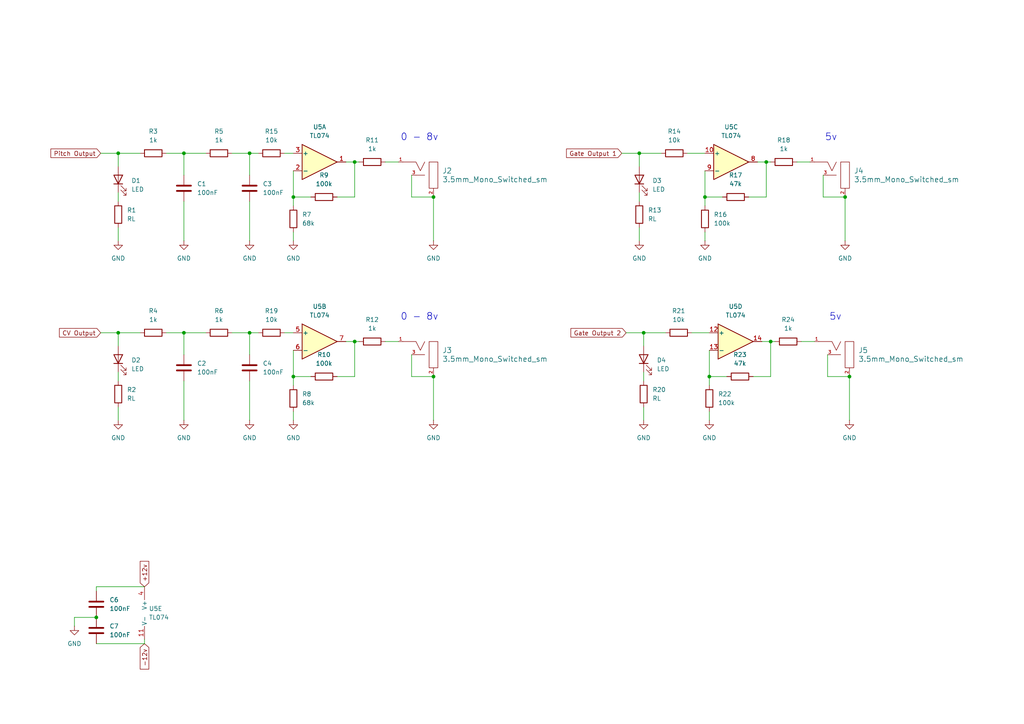
<source format=kicad_sch>
(kicad_sch (version 20231120) (generator "eeschema") (generator_version "8.0")
  (paper "A4")
  (lib_symbols
    (symbol "Amplifier_Operational:TL074" (pin_names (offset 0.127))
      (property "Reference" "U" (at 0 5.08 0))
      (property "Value" "TL074" (at 0 -5.08 0))
      (symbol "TL074_1_1"
        (polyline (pts (xy -5.08 5.08) (xy 5.08 0) (xy -5.08 -5.08) (xy -5.08 5.08)) (stroke (width 0.254)) (fill (type background)))
        (pin output line (at 7.62 0 180) (length 2.54) (name "~") (number "1"))
        (pin input line (at -7.62 -2.54 0) (length 2.54) (name "-") (number "2"))
        (pin input line (at -7.62 2.54 0) (length 2.54) (name "+") (number "3"))
      )
      (symbol "TL074_2_1"
        (polyline (pts (xy -5.08 5.08) (xy 5.08 0) (xy -5.08 -5.08) (xy -5.08 5.08)) (stroke (width 0.254)) (fill (type background)))
        (pin input line (at -7.62 2.54 0) (length 2.54) (name "+") (number "5"))
        (pin input line (at -7.62 -2.54 0) (length 2.54) (name "-") (number "6"))
        (pin output line (at 7.62 0 180) (length 2.54) (name "~") (number "7"))
      )
      (symbol "TL074_3_1"
        (polyline (pts (xy -5.08 5.08) (xy 5.08 0) (xy -5.08 -5.08) (xy -5.08 5.08)) (stroke (width 0.254)) (fill (type background)))
        (pin input line (at -7.62 2.54 0) (length 2.54) (name "+") (number "10"))
        (pin output line (at 7.62 0 180) (length 2.54) (name "~") (number "8"))
        (pin input line (at -7.62 -2.54 0) (length 2.54) (name "-") (number "9"))
      )
      (symbol "TL074_4_1"
        (polyline (pts (xy -5.08 5.08) (xy 5.08 0) (xy -5.08 -5.08) (xy -5.08 5.08)) (stroke (width 0.254)) (fill (type background)))
        (pin input line (at -7.62 2.54 0) (length 2.54) (name "+") (number "12"))
        (pin input line (at -7.62 -2.54 0) (length 2.54) (name "-") (number "13"))
        (pin output line (at 7.62 0 180) (length 2.54) (name "~") (number "14"))
      )
      (symbol "TL074_5_1"
        (pin power_in line (at -2.54 -7.62 90) (length 3.81) (name "V-") (number "11"))
        (pin power_in line (at -2.54 7.62 270) (length 3.81) (name "V+") (number "4"))
      )
    )
    (symbol "Device:C" (pin_numbers hide) (pin_names (offset 0.254))
      (property "Reference" "C" (at 0.635 2.54 0))
      (property "Value" "C" (at 0.635 -2.54 0))
      (symbol "C_0_1"
        (polyline (pts (xy -2.032 -0.762) (xy 2.032 -0.762)) (stroke (width 0.508)))
        (polyline (pts (xy -2.032 0.762) (xy 2.032 0.762)) (stroke (width 0.508)))
      )
      (symbol "C_1_1"
        (pin passive line (at 0 3.81 270) (length 2.794) (name "~") (number "1"))
        (pin passive line (at 0 -3.81 90) (length 2.794) (name "~") (number "2"))
      )
    )
    (symbol "Device:LED" (pin_numbers hide) (pin_names (offset 1.016) hide)
      (property "Reference" "D" (at 0 2.54 0))
      (property "Value" "LED" (at 0 -2.54 0))
      (symbol "LED_0_1"
        (polyline (pts (xy -1.27 -1.27) (xy -1.27 1.27)) (stroke (width 0.254)))
        (polyline (pts (xy -1.27 0) (xy 1.27 0)))
        (polyline (pts (xy 1.27 -1.27) (xy 1.27 1.27) (xy -1.27 0) (xy 1.27 -1.27)) (stroke (width 0.254)))
        (polyline (pts (xy -3.048 -0.762) (xy -4.572 -2.286) (xy -3.81 -2.286) (xy -4.572 -2.286) (xy -4.572 -1.524)))
        (polyline (pts (xy -1.778 -0.762) (xy -3.302 -2.286) (xy -2.54 -2.286) (xy -3.302 -2.286) (xy -3.302 -1.524)))
      )
      (symbol "LED_1_1"
        (pin passive line (at -3.81 0 0) (length 2.54) (name "K") (number "1"))
        (pin passive line (at 3.81 0 180) (length 2.54) (name "A") (number "2"))
      )
    )
    (symbol "Device:R" (pin_numbers hide) (pin_names (offset 0))
      (property "Reference" "R" (at 2.032 0 90))
      (property "Value" "R" (at 0 0 90))
      (symbol "R_0_1"
        (rectangle (start -1.016 -2.54) (end 1.016 2.54) (stroke (width 0.254)))
      )
      (symbol "R_1_1"
        (pin passive line (at 0 3.81 270) (length 1.27) (name "~") (number "1"))
        (pin passive line (at 0 -3.81 90) (length 1.27) (name "~") (number "2"))
      )
    )
    (symbol "PCM_4ms_Jack:3.5mm_Mono_Switched_sm" (pin_names (offset 0) hide)
      (property "Reference" "J" (at -7.62 8.89 0))
      (property "Value" "3.5mm_Mono_Switched_sm" (at 6.35 6.604 0))
      (symbol "3.5mm_Mono_Switched_sm_0_0"
        (rectangle (start -6.35 5.08) (end -3.81 -2.54))
        (polyline (pts (xy -2.54 1.27) (xy 0 1.27)))
        (polyline (pts (xy -2.54 5.08) (xy -1.27 2.54) (xy 0 5.08) (xy 3.81 5.08)))
      )
      (symbol "3.5mm_Mono_Switched_sm_1_1"
        (pin passive line (at 5.08 5.08 180) (length 1.27) (name "SIG") (number "1"))
        (pin passive line (at -5.08 -5.08 90) (length 2.54) (name "SHEILD") (number "2"))
        (pin passive line (at 1.27 1.27 180) (length 1.27) (name "SW") (number "3"))
      )
    )
    (symbol "power:GND" (power) (pin_numbers hide) (pin_names (offset 0) hide)
      (property "Value" "GND" (at 0 -3.81 0))
      (symbol "GND_0_1"
        (polyline (pts (xy 0 0) (xy 0 -1.27) (xy 1.27 -1.27) (xy 0 -2.54) (xy -1.27 -1.27) (xy 0 -1.27)))
      )
      (symbol "GND_1_1"
        (pin power_in line (at 0 0 270) (length 0) (name "~") (number "1"))
      )
    )
  )
  (junction (at 53.34 96.52))
  (junction (at 27.94 179.07))
  (junction (at 85.09 109.22))
  (junction (at 72.39 44.45))
  (junction (at 125.73 57.15))
  (junction (at 34.29 44.45))
  (junction (at 205.74 109.22))
  (junction (at 85.09 57.15))
  (junction (at 53.34 44.45))
  (junction (at 223.52 99.06))
  (junction (at 102.87 99.06))
  (junction (at 102.87 46.99))
  (junction (at 125.73 109.22))
  (junction (at 222.25 46.99))
  (junction (at 72.39 96.52))
  (junction (at 186.69 96.52))
  (junction (at 245.11 57.15))
  (junction (at 185.42 44.45))
  (junction (at 246.38 109.22))
  (junction (at 204.47 57.15))
  (junction (at 34.29 96.52))
  (wire (pts (xy 27.94 186.69) (xy 41.91 186.69)))
  (wire (pts (xy 199.39 44.45) (xy 204.47 44.45)))
  (wire (pts (xy 53.34 96.52) (xy 59.69 96.52)))
  (wire (pts (xy 102.87 99.06) (xy 100.33 99.06)))
  (wire (pts (xy 111.76 99.06) (xy 115.57 99.06)))
  (wire (pts (xy 222.25 46.99) (xy 222.25 57.15)))
  (wire (pts (xy 53.34 44.45) (xy 53.34 50.8)))
  (wire (pts (xy 102.87 99.06) (xy 104.14 99.06)))
  (wire (pts (xy 222.25 57.15) (xy 217.17 57.15)))
  (wire (pts (xy 238.76 50.8) (xy 238.76 57.15)))
  (wire (pts (xy 181.61 96.52) (xy 186.69 96.52)))
  (wire (pts (xy 240.03 109.22) (xy 246.38 109.22)))
  (wire (pts (xy 246.38 109.22) (xy 246.38 121.92)))
  (wire (pts (xy 85.09 69.85) (xy 85.09 67.31)))
  (wire (pts (xy 48.26 44.45) (xy 53.34 44.45)))
  (wire (pts (xy 222.25 46.99) (xy 219.71 46.99)))
  (wire (pts (xy 185.42 44.45) (xy 191.77 44.45)))
  (wire (pts (xy 67.31 44.45) (xy 72.39 44.45)))
  (wire (pts (xy 102.87 109.22) (xy 97.79 109.22)))
  (wire (pts (xy 85.09 109.22) (xy 90.17 109.22)))
  (wire (pts (xy 205.74 109.22) (xy 210.82 109.22)))
  (wire (pts (xy 82.55 96.52) (xy 85.09 96.52)))
  (wire (pts (xy 204.47 69.85) (xy 204.47 67.31)))
  (wire (pts (xy 119.38 50.8) (xy 119.38 57.15)))
  (wire (pts (xy 85.09 101.6) (xy 85.09 109.22)))
  (wire (pts (xy 204.47 59.69) (xy 204.47 57.15)))
  (wire (pts (xy 48.26 96.52) (xy 53.34 96.52)))
  (wire (pts (xy 125.73 57.15) (xy 125.73 69.85)))
  (wire (pts (xy 72.39 121.92) (xy 72.39 110.49)))
  (wire (pts (xy 34.29 44.45) (xy 40.64 44.45)))
  (wire (pts (xy 223.52 99.06) (xy 224.79 99.06)))
  (wire (pts (xy 53.34 44.45) (xy 59.69 44.45)))
  (wire (pts (xy 205.74 121.92) (xy 205.74 119.38)))
  (wire (pts (xy 53.34 121.92) (xy 53.34 110.49)))
  (wire (pts (xy 53.34 96.52) (xy 53.34 102.87)))
  (wire (pts (xy 238.76 57.15) (xy 245.11 57.15)))
  (wire (pts (xy 41.91 185.42) (xy 41.91 186.69)))
  (wire (pts (xy 34.29 48.26) (xy 34.29 44.45)))
  (wire (pts (xy 85.09 49.53) (xy 85.09 57.15)))
  (wire (pts (xy 53.34 69.85) (xy 53.34 58.42)))
  (wire (pts (xy 34.29 100.33) (xy 34.29 96.52)))
  (wire (pts (xy 34.29 121.92) (xy 34.29 118.11)))
  (wire (pts (xy 232.41 99.06) (xy 236.22 99.06)))
  (wire (pts (xy 34.29 69.85) (xy 34.29 66.04)))
  (wire (pts (xy 223.52 109.22) (xy 218.44 109.22)))
  (wire (pts (xy 102.87 46.99) (xy 104.14 46.99)))
  (wire (pts (xy 119.38 57.15) (xy 125.73 57.15)))
  (wire (pts (xy 185.42 48.26) (xy 185.42 44.45)))
  (wire (pts (xy 34.29 96.52) (xy 40.64 96.52)))
  (wire (pts (xy 29.21 96.52) (xy 34.29 96.52)))
  (wire (pts (xy 205.74 101.6) (xy 205.74 109.22)))
  (wire (pts (xy 200.66 96.52) (xy 205.74 96.52)))
  (wire (pts (xy 72.39 69.85) (xy 72.39 58.42)))
  (wire (pts (xy 205.74 111.76) (xy 205.74 109.22)))
  (wire (pts (xy 185.42 58.42) (xy 185.42 55.88)))
  (wire (pts (xy 72.39 44.45) (xy 74.93 44.45)))
  (wire (pts (xy 72.39 44.45) (xy 72.39 50.8)))
  (wire (pts (xy 222.25 46.99) (xy 223.52 46.99)))
  (wire (pts (xy 223.52 99.06) (xy 220.98 99.06)))
  (wire (pts (xy 85.09 59.69) (xy 85.09 57.15)))
  (wire (pts (xy 27.94 170.18) (xy 41.91 170.18)))
  (wire (pts (xy 119.38 109.22) (xy 125.73 109.22)))
  (wire (pts (xy 102.87 57.15) (xy 97.79 57.15)))
  (wire (pts (xy 119.38 102.87) (xy 119.38 109.22)))
  (wire (pts (xy 223.52 99.06) (xy 223.52 109.22)))
  (wire (pts (xy 85.09 57.15) (xy 90.17 57.15)))
  (wire (pts (xy 34.29 58.42) (xy 34.29 55.88)))
  (wire (pts (xy 82.55 44.45) (xy 85.09 44.45)))
  (wire (pts (xy 245.11 57.15) (xy 245.11 69.85)))
  (wire (pts (xy 204.47 49.53) (xy 204.47 57.15)))
  (wire (pts (xy 102.87 46.99) (xy 100.33 46.99)))
  (wire (pts (xy 240.03 102.87) (xy 240.03 109.22)))
  (wire (pts (xy 27.94 179.07) (xy 21.59 179.07)))
  (wire (pts (xy 186.69 121.92) (xy 186.69 118.11)))
  (wire (pts (xy 85.09 111.76) (xy 85.09 109.22)))
  (wire (pts (xy 186.69 110.49) (xy 186.69 107.95)))
  (wire (pts (xy 180.34 44.45) (xy 185.42 44.45)))
  (wire (pts (xy 67.31 96.52) (xy 72.39 96.52)))
  (wire (pts (xy 111.76 46.99) (xy 115.57 46.99)))
  (wire (pts (xy 27.94 171.45) (xy 27.94 170.18)))
  (wire (pts (xy 72.39 96.52) (xy 72.39 102.87)))
  (wire (pts (xy 186.69 96.52) (xy 193.04 96.52)))
  (wire (pts (xy 102.87 99.06) (xy 102.87 109.22)))
  (wire (pts (xy 231.14 46.99) (xy 234.95 46.99)))
  (wire (pts (xy 21.59 179.07) (xy 21.59 181.61)))
  (wire (pts (xy 204.47 57.15) (xy 209.55 57.15)))
  (wire (pts (xy 125.73 109.22) (xy 125.73 121.92)))
  (wire (pts (xy 34.29 110.49) (xy 34.29 107.95)))
  (wire (pts (xy 29.21 44.45) (xy 34.29 44.45)))
  (wire (pts (xy 186.69 100.33) (xy 186.69 96.52)))
  (wire (pts (xy 72.39 96.52) (xy 74.93 96.52)))
  (wire (pts (xy 102.87 46.99) (xy 102.87 57.15)))
  (wire (pts (xy 185.42 69.85) (xy 185.42 66.04)))
  (wire (pts (xy 85.09 121.92) (xy 85.09 119.38)))
  (text "5v\n" (at 241.046 39.878 0) (effects (font (size 2 2))))
  (text "5v\n" (at 242.316 91.948 0) (effects (font (size 2 2))))
  (text "0 - 8v\n" (at 121.666 39.878 0) (effects (font (size 2 2))))
  (text "0 - 8v\n" (at 121.666 91.948 0) (effects (font (size 2 2))))
  (global_label "Pitch Output" (shape input) (at 29.21 44.45 180) (property "Intersheetrefs" "${INTERSHEET_REFS}" (effects (hide yes))))
  (global_label "-12v" (shape input) (at 41.91 186.69 270) (property "Intersheetrefs" "${INTERSHEET_REFS}" (effects (hide yes))))
  (global_label "CV Output" (shape input) (at 29.21 96.52 180) (property "Intersheetrefs" "${INTERSHEET_REFS}" (effects (hide yes))))
  (global_label "+12v" (shape input) (at 41.91 170.18 90) (property "Intersheetrefs" "${INTERSHEET_REFS}" (effects (hide yes))))
  (global_label "Gate Output 1" (shape input) (at 180.34 44.45 180) (property "Intersheetrefs" "${INTERSHEET_REFS}" (effects (hide yes))))
  (global_label "Gate Output 2" (shape input) (at 181.61 96.52 180) (property "Intersheetrefs" "${INTERSHEET_REFS}" (effects (hide yes))))
  (symbol (lib_id "power:GND") (at 185.42 69.85 0) (unit 1)
    (property "Reference" "#PWR033" (effects (hide yes)))
    (property "Value" "GND" (at 185.42 74.93 0))
    (property "Description" "Power symbol creates a global label with name \"GND\" , ground" (effects (hide yes)))
  )
  (symbol (lib_id "Device:C") (at 53.34 54.61 0) (unit 1)
    (property "Reference" "C1" (at 57.15 53.3399 0) (effects (justify left)))
    (property "Value" "100nF" (at 57.15 55.8799 0) (effects (justify left)))
    (property "Footprint" "Capacitor_SMD:C_0805_2012Metric_Pad1.18x1.45mm_HandSolder" (effects (hide yes)))
    (property "Description" "Unpolarized capacitor" (effects (hide yes)))
  )
  (symbol (lib_id "Amplifier_Operational:TL074") (at 212.09 46.99 0) (unit 3)
    (property "Reference" "U5" (at 212.09 36.83 0))
    (property "Value" "TL074" (at 212.09 39.37 0))
    (property "Footprint" "Package_SO:SOIC-14_3.9x8.7mm_P1.27mm" (effects (hide yes)))
    (property "Datasheet" "http://www.ti.com/lit/ds/symlink/tl071.pdf" (effects (hide yes)))
    (property "Description" "Quad Low-Noise JFET-Input Operational Amplifiers, DIP-14/SOIC-14" (effects (hide yes)))
  )
  (symbol (lib_id "power:GND") (at 246.38 121.92 0) (unit 1)
    (property "Reference" "#PWR038" (effects (hide yes)))
    (property "Value" "GND" (at 246.38 127 0))
    (property "Description" "Power symbol creates a global label with name \"GND\" , ground" (effects (hide yes)))
  )
  (symbol (lib_id "Device:R") (at 196.85 96.52 90) (unit 1)
    (property "Reference" "R21" (at 196.85 90.17 90))
    (property "Value" "10k" (at 196.85 92.71 90))
    (property "Footprint" "Resistor_SMD:R_0805_2012Metric_Pad1.20x1.40mm_HandSolder" (effects (hide yes)))
    (property "Description" "Resistor" (effects (hide yes)))
  )
  (symbol (lib_id "Device:R") (at 34.29 62.23 0) (unit 1)
    (property "Reference" "R1" (at 36.83 60.9599 0) (effects (justify left)))
    (property "Value" "RL" (at 36.83 63.4999 0) (effects (justify left)))
    (property "Footprint" "Resistor_SMD:R_0805_2012Metric_Pad1.20x1.40mm_HandSolder" (effects (hide yes)))
    (property "Description" "Resistor" (effects (hide yes)))
  )
  (symbol (lib_id "Device:C") (at 27.94 175.26 0) (unit 1)
    (property "Reference" "C6" (at 31.75 173.9899 0) (effects (justify left)))
    (property "Value" "100nF" (at 31.75 176.5299 0) (effects (justify left)))
    (property "Footprint" "Capacitor_SMD:C_0805_2012Metric_Pad1.18x1.45mm_HandSolder" (effects (hide yes)))
    (property "Description" "Unpolarized capacitor" (effects (hide yes)))
  )
  (symbol (lib_id "Device:R") (at 204.47 63.5 180) (unit 1)
    (property "Reference" "R16" (at 207.01 62.2299 0) (effects (justify right)))
    (property "Value" "100k" (at 207.01 64.7699 0) (effects (justify right)))
    (property "Footprint" "Resistor_SMD:R_0805_2012Metric_Pad1.20x1.40mm_HandSolder" (effects (hide yes)))
    (property "Description" "Resistor" (effects (hide yes)))
  )
  (symbol (lib_id "power:GND") (at 245.11 69.85 0) (unit 1)
    (property "Reference" "#PWR037" (effects (hide yes)))
    (property "Value" "GND" (at 245.11 74.93 0))
    (property "Description" "Power symbol creates a global label with name \"GND\" , ground" (effects (hide yes)))
  )
  (symbol (lib_id "power:GND") (at 34.29 69.85 0) (unit 1)
    (property "Reference" "#PWR019" (effects (hide yes)))
    (property "Value" "GND" (at 34.29 74.93 0))
    (property "Description" "Power symbol creates a global label with name \"GND\" , ground" (effects (hide yes)))
  )
  (symbol (lib_id "Device:C") (at 53.34 106.68 0) (unit 1)
    (property "Reference" "C2" (at 57.15 105.4099 0) (effects (justify left)))
    (property "Value" "100nF" (at 57.15 107.9499 0) (effects (justify left)))
    (property "Footprint" "Capacitor_SMD:C_0805_2012Metric_Pad1.18x1.45mm_HandSolder" (effects (hide yes)))
    (property "Description" "Unpolarized capacitor" (effects (hide yes)))
  )
  (symbol (lib_id "power:GND") (at 204.47 69.85 0) (unit 1)
    (property "Reference" "#PWR036" (effects (hide yes)))
    (property "Value" "GND" (at 204.47 74.93 0))
    (property "Description" "Power symbol creates a global label with name \"GND\" , ground" (effects (hide yes)))
  )
  (symbol (lib_id "power:GND") (at 85.09 121.92 0) (unit 1)
    (property "Reference" "#PWR030" (effects (hide yes)))
    (property "Value" "GND" (at 85.09 127 0))
    (property "Description" "Power symbol creates a global label with name \"GND\" , ground" (effects (hide yes)))
  )
  (symbol (lib_id "Amplifier_Operational:TL074") (at 44.45 177.8 0) (unit 5)
    (property "Reference" "U5" (at 43.18 176.5299 0) (effects (justify left)))
    (property "Value" "TL074" (at 43.18 179.0699 0) (effects (justify left)))
    (property "Footprint" "Package_SO:SOIC-14_3.9x8.7mm_P1.27mm" (effects (hide yes)))
    (property "Datasheet" "http://www.ti.com/lit/ds/symlink/tl071.pdf" (effects (hide yes)))
    (property "Description" "Quad Low-Noise JFET-Input Operational Amplifiers, DIP-14/SOIC-14" (effects (hide yes)))
  )
  (symbol (lib_id "PCM_4ms_Jack:3.5mm_Mono_Switched_sm") (at 120.65 104.14 0) (mirror y) (unit 1)
    (property "Reference" "J3" (at 128.27 101.5999 0) (effects (font (size 1.524 1.524)) (justify right)))
    (property "Value" "3.5mm_Mono_Switched_sm" (at 128.27 104.1399 0) (effects (font (size 1.524 1.524)) (justify right)))
    (property "Footprint" "PCM_4ms_Jack:EighthInch_PJ398SM" (effects (hide yes)))
    (property "Description" "Audio 3.5mm Jack, mono, switched, PC-pin Vertical" (effects (hide yes)))
    (property "Specifications" "Audio 3.5mm Jack, mono, switched, PC-pin Vertical" (effects (hide yes)))
    (property "Manufacturer" "Wenzhou QingPu Electronics Co" (effects (hide yes)))
    (property "Part Number" "WQP-WQP518MA" (effects (hide yes)))
  )
  (symbol (lib_id "Device:R") (at 107.95 46.99 90) (unit 1)
    (property "Reference" "R11" (at 107.95 40.64 90))
    (property "Value" "1k" (at 107.95 43.18 90))
    (property "Footprint" "Resistor_SMD:R_0805_2012Metric_Pad1.20x1.40mm_HandSolder" (effects (hide yes)))
    (property "Description" "Resistor" (effects (hide yes)))
  )
  (symbol (lib_id "Device:C") (at 72.39 106.68 0) (unit 1)
    (property "Reference" "C4" (at 76.2 105.4099 0) (effects (justify left)))
    (property "Value" "100nF" (at 76.2 107.9499 0) (effects (justify left)))
    (property "Footprint" "Capacitor_SMD:C_0805_2012Metric_Pad1.18x1.45mm_HandSolder" (effects (hide yes)))
    (property "Description" "Unpolarized capacitor" (effects (hide yes)))
  )
  (symbol (lib_id "Device:R") (at 93.98 109.22 90) (unit 1)
    (property "Reference" "R10" (at 93.98 102.87 90))
    (property "Value" "100k" (at 93.98 105.41 90))
    (property "Footprint" "Resistor_SMD:R_0805_2012Metric_Pad1.20x1.40mm_HandSolder" (effects (hide yes)))
    (property "Description" "Resistor" (effects (hide yes)))
  )
  (symbol (lib_id "Device:C") (at 72.39 54.61 0) (unit 1)
    (property "Reference" "C3" (at 76.2 53.3399 0) (effects (justify left)))
    (property "Value" "100nF" (at 76.2 55.8799 0) (effects (justify left)))
    (property "Footprint" "Capacitor_SMD:C_0805_2012Metric_Pad1.18x1.45mm_HandSolder" (effects (hide yes)))
    (property "Description" "Unpolarized capacitor" (effects (hide yes)))
  )
  (symbol (lib_id "power:GND") (at 53.34 69.85 0) (unit 1)
    (property "Reference" "#PWR025" (effects (hide yes)))
    (property "Value" "GND" (at 53.34 74.93 0))
    (property "Description" "Power symbol creates a global label with name \"GND\" , ground" (effects (hide yes)))
  )
  (symbol (lib_id "Device:R") (at 63.5 96.52 90) (unit 1)
    (property "Reference" "R6" (at 63.5 90.17 90))
    (property "Value" "1k" (at 63.5 92.71 90))
    (property "Footprint" "Resistor_SMD:R_0805_2012Metric_Pad1.20x1.40mm_HandSolder" (effects (hide yes)))
    (property "Description" "Resistor" (effects (hide yes)))
  )
  (symbol (lib_id "Device:R") (at 34.29 114.3 0) (unit 1)
    (property "Reference" "R2" (at 36.83 113.0299 0) (effects (justify left)))
    (property "Value" "RL" (at 36.83 115.5699 0) (effects (justify left)))
    (property "Footprint" "Resistor_SMD:R_0805_2012Metric_Pad1.20x1.40mm_HandSolder" (effects (hide yes)))
    (property "Description" "Resistor" (effects (hide yes)))
  )
  (symbol (lib_id "Device:C") (at 27.94 182.88 0) (unit 1)
    (property "Reference" "C7" (at 31.75 181.6099 0) (effects (justify left)))
    (property "Value" "100nF" (at 31.75 184.1499 0) (effects (justify left)))
    (property "Footprint" "Capacitor_SMD:C_0805_2012Metric_Pad1.18x1.45mm_HandSolder" (effects (hide yes)))
    (property "Description" "Unpolarized capacitor" (effects (hide yes)))
  )
  (symbol (lib_id "PCM_4ms_Jack:3.5mm_Mono_Switched_sm") (at 240.03 52.07 0) (mirror y) (unit 1)
    (property "Reference" "J4" (at 247.65 49.5299 0) (effects (font (size 1.524 1.524)) (justify right)))
    (property "Value" "3.5mm_Mono_Switched_sm" (at 247.65 52.0699 0) (effects (font (size 1.524 1.524)) (justify right)))
    (property "Footprint" "PCM_4ms_Jack:EighthInch_PJ398SM" (effects (hide yes)))
    (property "Description" "Audio 3.5mm Jack, mono, switched, PC-pin Vertical" (effects (hide yes)))
    (property "Specifications" "Audio 3.5mm Jack, mono, switched, PC-pin Vertical" (effects (hide yes)))
    (property "Manufacturer" "Wenzhou QingPu Electronics Co" (effects (hide yes)))
    (property "Part Number" "WQP-WQP518MA" (effects (hide yes)))
  )
  (symbol (lib_id "Device:R") (at 85.09 115.57 180) (unit 1)
    (property "Reference" "R8" (at 87.63 114.2999 0) (effects (justify right)))
    (property "Value" "68k" (at 87.63 116.8399 0) (effects (justify right)))
    (property "Footprint" "Resistor_SMD:R_0805_2012Metric_Pad1.20x1.40mm_HandSolder" (effects (hide yes)))
    (property "Description" "Resistor" (effects (hide yes)))
  )
  (symbol (lib_id "Device:R") (at 214.63 109.22 90) (unit 1)
    (property "Reference" "R23" (at 214.63 102.87 90))
    (property "Value" "47k" (at 214.63 105.41 90))
    (property "Footprint" "Resistor_SMD:R_0805_2012Metric_Pad1.20x1.40mm_HandSolder" (effects (hide yes)))
    (property "Description" "Resistor" (effects (hide yes)))
  )
  (symbol (lib_id "Device:R") (at 195.58 44.45 90) (unit 1)
    (property "Reference" "R14" (at 195.58 38.1 90))
    (property "Value" "10k" (at 195.58 40.64 90))
    (property "Footprint" "Resistor_SMD:R_0805_2012Metric_Pad1.20x1.40mm_HandSolder" (effects (hide yes)))
    (property "Description" "Resistor" (effects (hide yes)))
  )
  (symbol (lib_id "Device:R") (at 186.69 114.3 0) (unit 1)
    (property "Reference" "R20" (at 189.23 113.0299 0) (effects (justify left)))
    (property "Value" "RL" (at 189.23 115.5699 0) (effects (justify left)))
    (property "Footprint" "Resistor_SMD:R_0805_2012Metric_Pad1.20x1.40mm_HandSolder" (effects (hide yes)))
    (property "Description" "Resistor" (effects (hide yes)))
  )
  (symbol (lib_id "Device:R") (at 44.45 96.52 90) (unit 1)
    (property "Reference" "R4" (at 44.45 90.17 90))
    (property "Value" "1k" (at 44.45 92.71 90))
    (property "Footprint" "Resistor_SMD:R_0805_2012Metric_Pad1.20x1.40mm_HandSolder" (effects (hide yes)))
    (property "Description" "Resistor" (effects (hide yes)))
  )
  (symbol (lib_id "Device:R") (at 205.74 115.57 180) (unit 1)
    (property "Reference" "R22" (at 208.28 114.2999 0) (effects (justify right)))
    (property "Value" "100k" (at 208.28 116.8399 0) (effects (justify right)))
    (property "Footprint" "Resistor_SMD:R_0805_2012Metric_Pad1.20x1.40mm_HandSolder" (effects (hide yes)))
    (property "Description" "Resistor" (effects (hide yes)))
  )
  (symbol (lib_id "Amplifier_Operational:TL074") (at 92.71 46.99 0) (unit 1)
    (property "Reference" "U5" (at 92.71 36.83 0))
    (property "Value" "TL074" (at 92.71 39.37 0))
    (property "Footprint" "Package_SO:SOIC-14_3.9x8.7mm_P1.27mm" (effects (hide yes)))
    (property "Datasheet" "http://www.ti.com/lit/ds/symlink/tl071.pdf" (effects (hide yes)))
    (property "Description" "Quad Low-Noise JFET-Input Operational Amplifiers, DIP-14/SOIC-14" (effects (hide yes)))
  )
  (symbol (lib_id "Device:R") (at 78.74 96.52 90) (unit 1)
    (property "Reference" "R19" (at 78.74 90.17 90))
    (property "Value" "10k" (at 78.74 92.71 90))
    (property "Footprint" "Resistor_SMD:R_0805_2012Metric_Pad1.20x1.40mm_HandSolder" (effects (hide yes)))
    (property "Description" "Resistor" (effects (hide yes)))
  )
  (symbol (lib_id "Device:R") (at 63.5 44.45 90) (unit 1)
    (property "Reference" "R5" (at 63.5 38.1 90))
    (property "Value" "1k" (at 63.5 40.64 90))
    (property "Footprint" "Resistor_SMD:R_0805_2012Metric_Pad1.20x1.40mm_HandSolder" (effects (hide yes)))
    (property "Description" "Resistor" (effects (hide yes)))
  )
  (symbol (lib_id "Device:R") (at 227.33 46.99 90) (unit 1)
    (property "Reference" "R18" (at 227.33 40.64 90))
    (property "Value" "1k" (at 227.33 43.18 90))
    (property "Footprint" "Resistor_SMD:R_0805_2012Metric_Pad1.20x1.40mm_HandSolder" (effects (hide yes)))
    (property "Description" "Resistor" (effects (hide yes)))
  )
  (symbol (lib_id "power:GND") (at 205.74 121.92 0) (unit 1)
    (property "Reference" "#PWR035" (effects (hide yes)))
    (property "Value" "GND" (at 205.74 127 0))
    (property "Description" "Power symbol creates a global label with name \"GND\" , ground" (effects (hide yes)))
  )
  (symbol (lib_id "power:GND") (at 85.09 69.85 0) (unit 1)
    (property "Reference" "#PWR029" (effects (hide yes)))
    (property "Value" "GND" (at 85.09 74.93 0))
    (property "Description" "Power symbol creates a global label with name \"GND\" , ground" (effects (hide yes)))
  )
  (symbol (lib_id "Device:R") (at 85.09 63.5 180) (unit 1)
    (property "Reference" "R7" (at 87.63 62.2299 0) (effects (justify right)))
    (property "Value" "68k" (at 87.63 64.7699 0) (effects (justify right)))
    (property "Footprint" "Resistor_SMD:R_0805_2012Metric_Pad1.20x1.40mm_HandSolder" (effects (hide yes)))
    (property "Description" "Resistor" (effects (hide yes)))
  )
  (symbol (lib_id "power:GND") (at 21.59 181.61 0) (unit 1)
    (property "Reference" "#PWR045" (effects (hide yes)))
    (property "Value" "GND" (at 21.59 186.69 0))
    (property "Description" "Power symbol creates a global label with name \"GND\" , ground" (effects (hide yes)))
  )
  (symbol (lib_id "PCM_4ms_Jack:3.5mm_Mono_Switched_sm") (at 120.65 52.07 0) (mirror y) (unit 1)
    (property "Reference" "J2" (at 128.27 49.5299 0) (effects (font (size 1.524 1.524)) (justify right)))
    (property "Value" "3.5mm_Mono_Switched_sm" (at 128.27 52.0699 0) (effects (font (size 1.524 1.524)) (justify right)))
    (property "Footprint" "PCM_4ms_Jack:EighthInch_PJ398SM" (effects (hide yes)))
    (property "Description" "Audio 3.5mm Jack, mono, switched, PC-pin Vertical" (effects (hide yes)))
    (property "Specifications" "Audio 3.5mm Jack, mono, switched, PC-pin Vertical" (effects (hide yes)))
    (property "Manufacturer" "Wenzhou QingPu Electronics Co" (effects (hide yes)))
    (property "Part Number" "WQP-WQP518MA" (effects (hide yes)))
  )
  (symbol (lib_id "Device:R") (at 213.36 57.15 90) (unit 1)
    (property "Reference" "R17" (at 213.36 50.8 90))
    (property "Value" "47k" (at 213.36 53.34 90))
    (property "Footprint" "Resistor_SMD:R_0805_2012Metric_Pad1.20x1.40mm_HandSolder" (effects (hide yes)))
    (property "Description" "Resistor" (effects (hide yes)))
  )
  (symbol (lib_id "power:GND") (at 53.34 121.92 0) (unit 1)
    (property "Reference" "#PWR026" (effects (hide yes)))
    (property "Value" "GND" (at 53.34 127 0))
    (property "Description" "Power symbol creates a global label with name \"GND\" , ground" (effects (hide yes)))
  )
  (symbol (lib_id "Device:LED") (at 34.29 104.14 90) (unit 1)
    (property "Reference" "D2" (at 38.1 104.4574 90) (effects (justify right)))
    (property "Value" "LED" (at 38.1 106.9974 90) (effects (justify right)))
    (property "Footprint" "LED_THT:LED_D3.0mm" (effects (hide yes)))
    (property "Description" "Light emitting diode" (effects (hide yes)))
  )
  (symbol (lib_id "Device:R") (at 228.6 99.06 90) (unit 1)
    (property "Reference" "R24" (at 228.6 92.71 90))
    (property "Value" "1k" (at 228.6 95.25 90))
    (property "Footprint" "Resistor_SMD:R_0805_2012Metric_Pad1.20x1.40mm_HandSolder" (effects (hide yes)))
    (property "Description" "Resistor" (effects (hide yes)))
  )
  (symbol (lib_id "power:GND") (at 34.29 121.92 0) (unit 1)
    (property "Reference" "#PWR024" (effects (hide yes)))
    (property "Value" "GND" (at 34.29 127 0))
    (property "Description" "Power symbol creates a global label with name \"GND\" , ground" (effects (hide yes)))
  )
  (symbol (lib_id "Device:LED") (at 185.42 52.07 90) (unit 1)
    (property "Reference" "D3" (at 189.23 52.3874 90) (effects (justify right)))
    (property "Value" "LED" (at 189.23 54.9274 90) (effects (justify right)))
    (property "Footprint" "LED_THT:LED_D3.0mm" (effects (hide yes)))
    (property "Description" "Light emitting diode" (effects (hide yes)))
  )
  (symbol (lib_id "power:GND") (at 125.73 121.92 0) (unit 1)
    (property "Reference" "#PWR032" (effects (hide yes)))
    (property "Value" "GND" (at 125.73 127 0))
    (property "Description" "Power symbol creates a global label with name \"GND\" , ground" (effects (hide yes)))
  )
  (symbol (lib_id "Amplifier_Operational:TL074") (at 213.36 99.06 0) (unit 4)
    (property "Reference" "U5" (at 213.36 88.9 0))
    (property "Value" "TL074" (at 213.36 91.44 0))
    (property "Footprint" "Package_SO:SOIC-14_3.9x8.7mm_P1.27mm" (effects (hide yes)))
    (property "Datasheet" "http://www.ti.com/lit/ds/symlink/tl071.pdf" (effects (hide yes)))
    (property "Description" "Quad Low-Noise JFET-Input Operational Amplifiers, DIP-14/SOIC-14" (effects (hide yes)))
  )
  (symbol (lib_id "power:GND") (at 72.39 121.92 0) (unit 1)
    (property "Reference" "#PWR028" (effects (hide yes)))
    (property "Value" "GND" (at 72.39 127 0))
    (property "Description" "Power symbol creates a global label with name \"GND\" , ground" (effects (hide yes)))
  )
  (symbol (lib_id "Device:LED") (at 186.69 104.14 90) (unit 1)
    (property "Reference" "D4" (at 190.5 104.4574 90) (effects (justify right)))
    (property "Value" "LED" (at 190.5 106.9974 90) (effects (justify right)))
    (property "Footprint" "LED_THT:LED_D3.0mm" (effects (hide yes)))
    (property "Description" "Light emitting diode" (effects (hide yes)))
  )
  (symbol (lib_id "power:GND") (at 72.39 69.85 0) (unit 1)
    (property "Reference" "#PWR027" (effects (hide yes)))
    (property "Value" "GND" (at 72.39 74.93 0))
    (property "Description" "Power symbol creates a global label with name \"GND\" , ground" (effects (hide yes)))
  )
  (symbol (lib_id "Device:LED") (at 34.29 52.07 90) (unit 1)
    (property "Reference" "D1" (at 38.1 52.3874 90) (effects (justify right)))
    (property "Value" "LED" (at 38.1 54.9274 90) (effects (justify right)))
    (property "Footprint" "LED_THT:LED_D3.0mm" (effects (hide yes)))
    (property "Description" "Light emitting diode" (effects (hide yes)))
  )
  (symbol (lib_id "Device:R") (at 44.45 44.45 90) (unit 1)
    (property "Reference" "R3" (at 44.45 38.1 90))
    (property "Value" "1k" (at 44.45 40.64 90))
    (property "Footprint" "Resistor_SMD:R_0805_2012Metric_Pad1.20x1.40mm_HandSolder" (effects (hide yes)))
    (property "Description" "Resistor" (effects (hide yes)))
  )
  (symbol (lib_id "Device:R") (at 185.42 62.23 0) (unit 1)
    (property "Reference" "R13" (at 187.96 60.9599 0) (effects (justify left)))
    (property "Value" "RL" (at 187.96 63.4999 0) (effects (justify left)))
    (property "Footprint" "Resistor_SMD:R_0805_2012Metric_Pad1.20x1.40mm_HandSolder" (effects (hide yes)))
    (property "Description" "Resistor" (effects (hide yes)))
  )
  (symbol (lib_id "PCM_4ms_Jack:3.5mm_Mono_Switched_sm") (at 241.3 104.14 0) (mirror y) (unit 1)
    (property "Reference" "J5" (at 248.92 101.5999 0) (effects (font (size 1.524 1.524)) (justify right)))
    (property "Value" "3.5mm_Mono_Switched_sm" (at 248.92 104.1399 0) (effects (font (size 1.524 1.524)) (justify right)))
    (property "Footprint" "PCM_4ms_Jack:EighthInch_PJ398SM" (effects (hide yes)))
    (property "Description" "Audio 3.5mm Jack, mono, switched, PC-pin Vertical" (effects (hide yes)))
    (property "Specifications" "Audio 3.5mm Jack, mono, switched, PC-pin Vertical" (effects (hide yes)))
    (property "Manufacturer" "Wenzhou QingPu Electronics Co" (effects (hide yes)))
    (property "Part Number" "WQP-WQP518MA" (effects (hide yes)))
  )
  (symbol (lib_id "Device:R") (at 78.74 44.45 90) (unit 1)
    (property "Reference" "R15" (at 78.74 38.1 90))
    (property "Value" "10k" (at 78.74 40.64 90))
    (property "Footprint" "Resistor_SMD:R_0805_2012Metric_Pad1.20x1.40mm_HandSolder" (effects (hide yes)))
    (property "Description" "Resistor" (effects (hide yes)))
  )
  (symbol (lib_id "power:GND") (at 186.69 121.92 0) (unit 1)
    (property "Reference" "#PWR034" (effects (hide yes)))
    (property "Value" "GND" (at 186.69 127 0))
    (property "Description" "Power symbol creates a global label with name \"GND\" , ground" (effects (hide yes)))
  )
  (symbol (lib_id "Amplifier_Operational:TL074") (at 92.71 99.06 0) (unit 2)
    (property "Reference" "U5" (at 92.71 88.9 0))
    (property "Value" "TL074" (at 92.71 91.44 0))
    (property "Footprint" "Package_SO:SOIC-14_3.9x8.7mm_P1.27mm" (effects (hide yes)))
    (property "Datasheet" "http://www.ti.com/lit/ds/symlink/tl071.pdf" (effects (hide yes)))
    (property "Description" "Quad Low-Noise JFET-Input Operational Amplifiers, DIP-14/SOIC-14" (effects (hide yes)))
  )
  (symbol (lib_id "Device:R") (at 107.95 99.06 90) (unit 1)
    (property "Reference" "R12" (at 107.95 92.71 90))
    (property "Value" "1k" (at 107.95 95.25 90))
    (property "Footprint" "Resistor_SMD:R_0805_2012Metric_Pad1.20x1.40mm_HandSolder" (effects (hide yes)))
    (property "Description" "Resistor" (effects (hide yes)))
  )
  (symbol (lib_id "power:GND") (at 125.73 69.85 0) (unit 1)
    (property "Reference" "#PWR031" (effects (hide yes)))
    (property "Value" "GND" (at 125.73 74.93 0))
    (property "Description" "Power symbol creates a global label with name \"GND\" , ground" (effects (hide yes)))
  )
  (symbol (lib_id "Device:R") (at 93.98 57.15 90) (unit 1)
    (property "Reference" "R9" (at 93.98 50.8 90))
    (property "Value" "100k" (at 93.98 53.34 90))
    (property "Footprint" "Resistor_SMD:R_0805_2012Metric_Pad1.20x1.40mm_HandSolder" (effects (hide yes)))
    (property "Description" "Resistor" (effects (hide yes)))
  )
)
</source>
